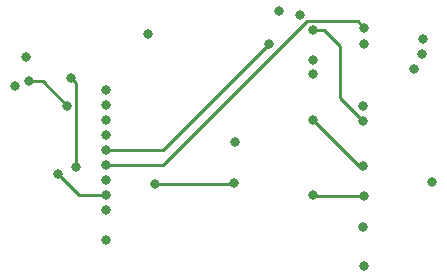
<source format=gbr>
%TF.GenerationSoftware,KiCad,Pcbnew,7.0.5*%
%TF.CreationDate,2024-06-06T18:36:07+01:00*%
%TF.ProjectId,smartwatch,736d6172-7477-4617-9463-682e6b696361,rev?*%
%TF.SameCoordinates,Original*%
%TF.FileFunction,Copper,L2,Inr*%
%TF.FilePolarity,Positive*%
%FSLAX46Y46*%
G04 Gerber Fmt 4.6, Leading zero omitted, Abs format (unit mm)*
G04 Created by KiCad (PCBNEW 7.0.5) date 2024-06-06 18:36:07*
%MOMM*%
%LPD*%
G01*
G04 APERTURE LIST*
%TA.AperFunction,ViaPad*%
%ADD10C,0.800000*%
%TD*%
%TA.AperFunction,Conductor*%
%ADD11C,0.250000*%
%TD*%
G04 APERTURE END LIST*
D10*
%TO.N,IO0*%
X50500000Y-33660000D03*
%TO.N,DC_GND*%
X52310000Y-34000000D03*
X57678750Y-55208750D03*
X29095000Y-37537500D03*
X61907500Y-38540498D03*
X46790000Y-44730000D03*
%TO.N,3V3*%
X32870000Y-39290000D03*
X57640000Y-51970000D03*
X33310000Y-46835000D03*
%TO.N,EN*%
X39380000Y-35562500D03*
%TO.N,RX*%
X62650000Y-37280000D03*
X53370000Y-39015500D03*
%TO.N,TX*%
X53370000Y-37780000D03*
X62690000Y-36020000D03*
%TO.N,SCR_MISO*%
X35877299Y-41582701D03*
X57660000Y-41710000D03*
%TO.N,SCR_MOSI*%
X53370000Y-35240000D03*
X57650000Y-42940000D03*
%TO.N,SD_SS*%
X35870000Y-47940000D03*
%TO.N,SD_MOSI*%
X35870000Y-53020000D03*
%TO.N,SD_SCLK*%
X35870000Y-49210000D03*
X31802330Y-47475829D03*
%TO.N,SD_MISO*%
X35870000Y-50480000D03*
%TO.N,SCR_DC*%
X53370000Y-42860000D03*
X57650000Y-46770000D03*
%TO.N,Net-(RED1-A)*%
X40040000Y-48280000D03*
X46720000Y-48210000D03*
%TO.N,BTN_INP*%
X35870000Y-40320000D03*
X63430000Y-48130000D03*
%TO.N,MPU_SDA*%
X28190000Y-40030000D03*
X35870000Y-42860000D03*
%TO.N,MPU_SCL*%
X35870000Y-44130000D03*
X29320058Y-39588326D03*
X32585500Y-41670000D03*
%TO.N,TOUCH_RST*%
X35870000Y-46670000D03*
X57740000Y-35080000D03*
%TO.N,TOUCH_IRQ*%
X35870000Y-45400000D03*
X57740000Y-36430000D03*
X49650000Y-36460000D03*
%TO.N,SCR_BL*%
X53370000Y-49210000D03*
X57670000Y-49320000D03*
%TD*%
D11*
%TO.N,3V3*%
X33310000Y-39730000D02*
X32870000Y-39290000D01*
X33310000Y-46835000D02*
X33310000Y-39730000D01*
%TO.N,SCR_MOSI*%
X54300000Y-35240000D02*
X53370000Y-35240000D01*
X55710000Y-41000000D02*
X55710000Y-36650000D01*
X57650000Y-42940000D02*
X55710000Y-41000000D01*
X55710000Y-36650000D02*
X54300000Y-35240000D01*
%TO.N,SD_SCLK*%
X33536501Y-49210000D02*
X35870000Y-49210000D01*
X31802330Y-47475829D02*
X33536501Y-49210000D01*
%TO.N,SCR_DC*%
X57280000Y-46770000D02*
X53370000Y-42860000D01*
X57650000Y-46770000D02*
X57280000Y-46770000D01*
%TO.N,Net-(RED1-A)*%
X40040000Y-48280000D02*
X46650000Y-48280000D01*
X46650000Y-48280000D02*
X46720000Y-48210000D01*
%TO.N,MPU_SCL*%
X30503826Y-39588326D02*
X32585500Y-41670000D01*
X29320058Y-39588326D02*
X30503826Y-39588326D01*
%TO.N,TOUCH_RST*%
X57740000Y-35080000D02*
X57175000Y-34515000D01*
X52855000Y-34515000D02*
X40700000Y-46670000D01*
X57175000Y-34515000D02*
X52855000Y-34515000D01*
X40700000Y-46670000D02*
X35870000Y-46670000D01*
%TO.N,TOUCH_IRQ*%
X49650000Y-36460000D02*
X40710000Y-45400000D01*
X40710000Y-45400000D02*
X35870000Y-45400000D01*
%TO.N,SCR_BL*%
X53480000Y-49320000D02*
X53370000Y-49210000D01*
X57670000Y-49320000D02*
X53480000Y-49320000D01*
%TD*%
M02*

</source>
